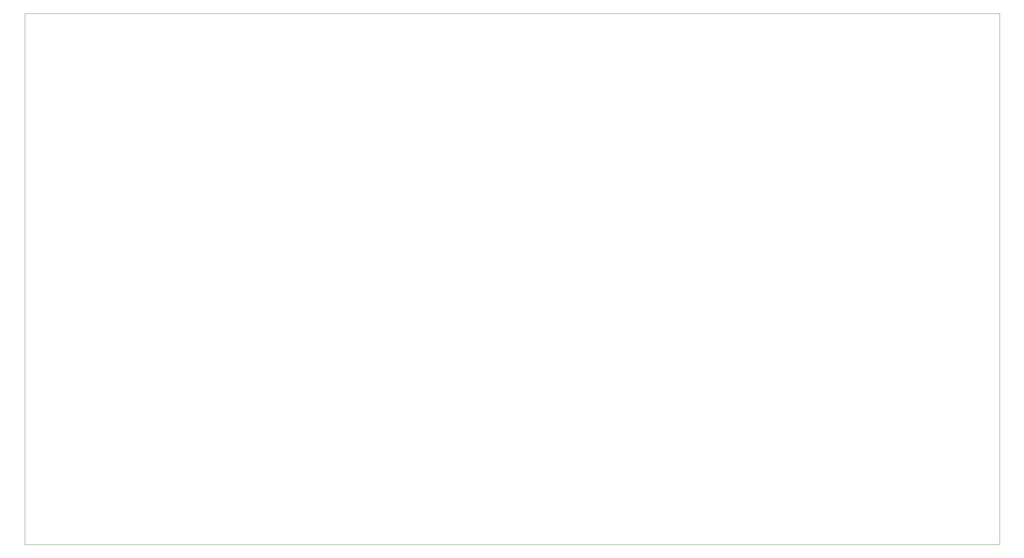
<source format=gbr>
%TF.GenerationSoftware,KiCad,Pcbnew,7.0.1*%
%TF.CreationDate,2023-08-12T11:58:29+02:00*%
%TF.ProjectId,HotPlate,486f7450-6c61-4746-952e-6b696361645f,rev?*%
%TF.SameCoordinates,PX2160ec0PY93d1cc0*%
%TF.FileFunction,Profile,NP*%
%FSLAX46Y46*%
G04 Gerber Fmt 4.6, Leading zero omitted, Abs format (unit mm)*
G04 Created by KiCad (PCBNEW 7.0.1) date 2023-08-12 11:58:29*
%MOMM*%
%LPD*%
G01*
G04 APERTURE LIST*
%TA.AperFunction,Profile*%
%ADD10C,0.100000*%
%TD*%
G04 APERTURE END LIST*
D10*
X0Y120000000D02*
X220000000Y120000000D01*
X220000000Y0D01*
X0Y0D01*
X0Y120000000D01*
M02*

</source>
